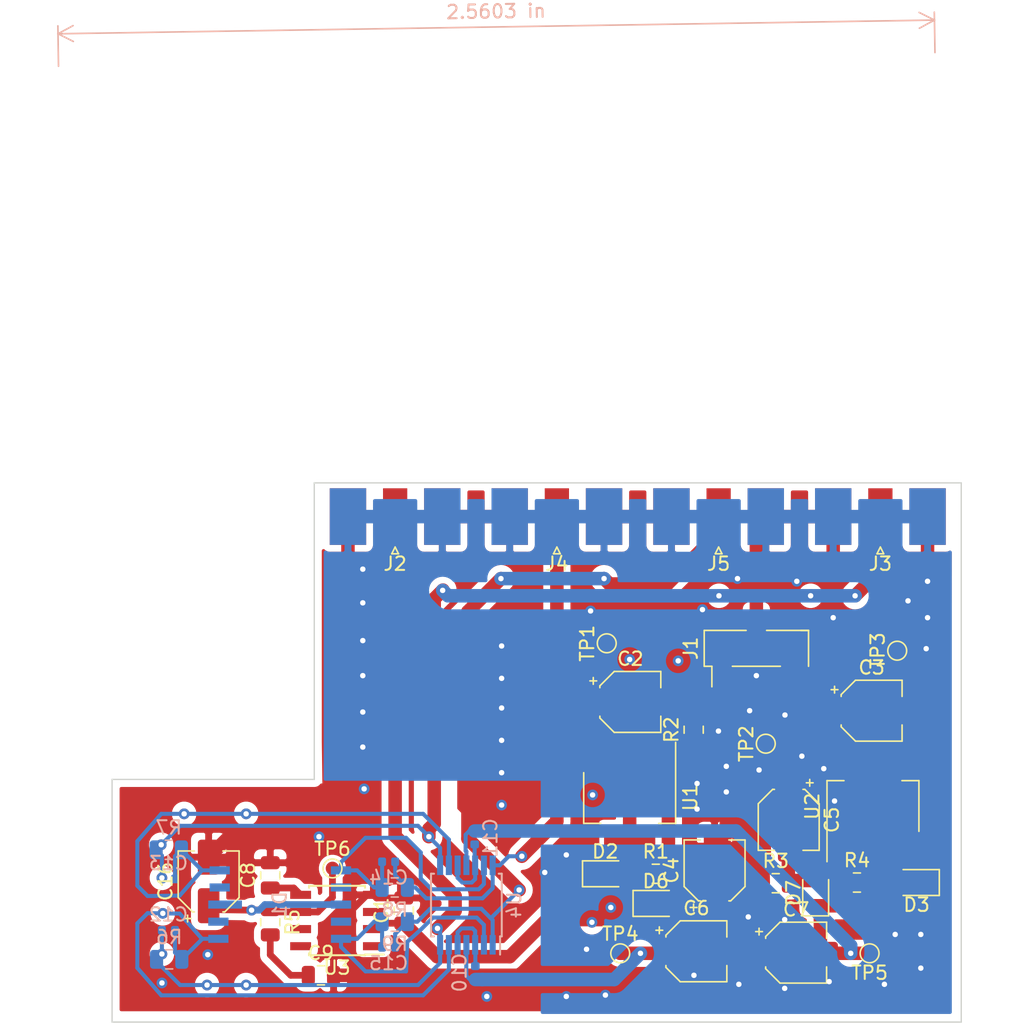
<source format=kicad_pcb>
(kicad_pcb (version 20171130) (host pcbnew "(5.1.0-0)")
  (layers (0 F.Cu signal) (1 In1.Cu power hide) (2 In2.Cu power hide) (31 B.Cu signal) (34 B.Paste user) (35 F.Paste user) (36 B.SilkS user) (37 F.SilkS user) (38 B.Mask user) (39 F.Mask user) (44 Edge.Cuts user))
  (net 0 "")
  (net 1 GND)
  (net 2 +15V)
  (net 3 -15V)
  (net 4 +12V)
  (net 5 -12V)
  (net 6 "Net-(C14-Pad1)")
  (net 7 "Net-(C15-Pad1)")
  (net 8 "Net-(C16-Pad1)")
  (net 9 "Net-(U3-Pad8)")
  (net 10 "Net-(U3-Pad7)")
  (net 11 "Net-(U3-Pad3)")
  (net 12 "Net-(U3-Pad1)")
  (net 13 "Net-(C14-Pad2)")
  (net 14 "Net-(C15-Pad2)")
  (net 15 "Net-(C4-Pad1)")
  (net 16 "Net-(C5-Pad2)")
  (net 17 "Net-(C8-Pad1)")
  (net 18 "Net-(C9-Pad1)")
  (net 19 "Net-(C12-Pad2)")
  (net 20 "Net-(C12-Pad1)")
  (net 21 "Net-(C13-Pad2)")
  (net 22 "Net-(C13-Pad1)")
  (module Connector_Coaxial_SMA:SMA_Molex_73251-2120_EdgeMount (layer F.Cu) (at 130 102.5 90)
    (fp_text reference J5 (at -3.5 0 180) (layer F.SilkS))
    (fp_text value CONN_Y1)
    (pad 1 smd rect (at 0 0 180) (size 1.8 4.2) (layers F.Cu F.Paste F.Mask) (net 14 "Net-(C15-Pad2)"))
    (pad 2 smd rect (at 0 -3.5 180) (size 2.7 4.2) (layers F.Cu F.Paste F.Mask) (net 1 GND))
    (pad 2 smd rect (at 0 3.5 180) (size 2.7 4.2) (layers F.Cu F.Paste F.Mask) (net 1 GND))
    (pad 2 smd rect (at 0 -3.5 180) (size 2.7 4.2) (layers B.Cu B.Paste B.Mask) (net 1 GND))
    (pad 2 smd rect (at 0 3.5 180) (size 2.7 4.2) (layers B.Cu B.Paste B.Mask) (net 1 GND))
  )
  (module Connector_Coaxial_SMA:SMA_Molex_73251-2120_EdgeMount (layer F.Cu) (at 118 102.5 90)
    (fp_text reference J4 (at -3.5 0 180) (layer F.SilkS))
    (fp_text value CONN_X2)
    (pad 1 smd rect (at 0 0 180) (size 1.8 4.2) (layers F.Cu F.Paste F.Mask) (net 13 "Net-(C14-Pad2)"))
    (pad 2 smd rect (at 0 -3.5 180) (size 2.7 4.2) (layers F.Cu F.Paste F.Mask) (net 1 GND))
    (pad 2 smd rect (at 0 3.5 180) (size 2.7 4.2) (layers F.Cu F.Paste F.Mask) (net 1 GND))
    (pad 2 smd rect (at 0 -3.5 180) (size 2.7 4.2) (layers B.Cu B.Paste B.Mask) (net 1 GND))
    (pad 2 smd rect (at 0 3.5 180) (size 2.7 4.2) (layers B.Cu B.Paste B.Mask) (net 1 GND))
  )
  (module Connector_Coaxial_SMA:SMA_Molex_73251-2120_EdgeMount (layer F.Cu) (at 142 102.5 90)
    (fp_text reference J3 (at -3.5 0 180) (layer F.SilkS))
    (fp_text value CONN_Y2)
    (pad 1 smd rect (at 0 0 180) (size 1.8 4.2) (layers F.Cu F.Paste F.Mask) (net 21 "Net-(C13-Pad2)"))
    (pad 2 smd rect (at 0 -3.5 180) (size 2.7 4.2) (layers F.Cu F.Paste F.Mask) (net 1 GND))
    (pad 2 smd rect (at 0 3.5 180) (size 2.7 4.2) (layers F.Cu F.Paste F.Mask) (net 1 GND))
    (pad 2 smd rect (at 0 -3.5 180) (size 2.7 4.2) (layers B.Cu B.Paste B.Mask) (net 1 GND))
    (pad 2 smd rect (at 0 3.5 180) (size 2.7 4.2) (layers B.Cu B.Paste B.Mask) (net 1 GND))
  )
  (module Connector_Coaxial_SMA:SMA_Molex_73251-2120_EdgeMount (layer F.Cu) (at 106 102.5 90)
    (fp_text reference J2 (at -3.5 0 180) (layer F.SilkS))
    (fp_text value CONN_X1)
    (pad 1 smd rect (at 0 0 180) (size 1.8 4.2) (layers F.Cu F.Paste F.Mask) (net 19 "Net-(C12-Pad2)"))
    (pad 2 smd rect (at 0 -3.5 180) (size 2.7 4.2) (layers F.Cu F.Paste F.Mask) (net 1 GND))
    (pad 2 smd rect (at 0 3.5 180) (size 2.7 4.2) (layers F.Cu F.Paste F.Mask) (net 1 GND))
    (pad 2 smd rect (at 0 -3.5 180) (size 2.7 4.2) (layers B.Cu B.Paste B.Mask) (net 1 GND))
    (pad 2 smd rect (at 0 3.5 180) (size 2.7 4.2) (layers B.Cu B.Paste B.Mask) (net 1 GND))
  )
  (module Connector_PinHeader_2.54mm:PinHeader_1x03_P2.54mm_Vertical_SMD_Pin1Left (layer F.Cu) (at 132.8 112.275 90)
    (fp_text reference J1 (at 0 -4.87 90) (layer F.SilkS))
    (fp_text value CONN_PWR)
    (pad 2 smd rect (at 1.655 0 90) (size 2.51 1) (layers F.Cu F.Paste F.Mask) (net 1 GND))
    (pad 3 smd rect (at -1.655 2.54 90) (size 2.51 1) (layers F.Cu F.Paste F.Mask) (net 3 -15V))
    (pad 1 smd rect (at -1.655 -2.54 90) (size 2.51 1) (layers F.Cu F.Paste F.Mask) (net 2 +15V))
  )
  (module TestPoint:TestPoint_Pad_D1.0mm (layer F.Cu) (at 143.25 112.45 90)
    (fp_text reference TP3 (at 0 -1.448 90) (layer F.SilkS))
    (fp_text value TestPoint)
    (pad 1 smd circle (at 0 0 90) (size 1 1) (layers F.Cu F.Mask) (net 3 -15V))
  )
  (module TestPoint:TestPoint_Pad_D1.0mm (layer F.Cu) (at 133.5 119.35 90)
    (fp_text reference TP2 (at 0 -1.448 90) (layer F.SilkS))
    (fp_text value TestPoint)
    (pad 1 smd circle (at 0 0 90) (size 1 1) (layers F.Cu F.Mask) (net 1 GND))
  )
  (module TestPoint:TestPoint_Pad_D1.0mm (layer F.Cu) (at 121.7 111.9 90)
    (fp_text reference TP1 (at 0 -1.448 90) (layer F.SilkS))
    (fp_text value TestPoint)
    (pad 1 smd circle (at 0 0 90) (size 1 1) (layers F.Cu F.Mask) (net 2 +15V))
  )
  (module Diode_SMD:D_0805_2012Metric (layer F.Cu) (at 137.2 130.4375 90)
    (fp_text reference D7 (at 0 -1.65 90) (layer F.SilkS))
    (fp_text value 1N4001)
    (pad 2 smd roundrect (at 0.9375 0 90) (size 0.975 1.4) (layers F.Cu F.Paste F.Mask) (net 16 "Net-(C5-Pad2)"))
    (pad 1 smd roundrect (at -0.9375 0 90) (size 0.975 1.4) (layers F.Cu F.Paste F.Mask) (net 5 -12V))
  )
  (module Diode_SMD:D_0805_2012Metric (layer F.Cu) (at 125.3375 131.2)
    (fp_text reference D6 (at 0 -1.65) (layer F.SilkS))
    (fp_text value 1N4001)
    (pad 2 smd roundrect (at 0.9375 0) (size 0.975 1.4) (layers F.Cu F.Paste F.Mask) (net 15 "Net-(C4-Pad1)"))
    (pad 1 smd roundrect (at -0.9375 0) (size 0.975 1.4) (layers F.Cu F.Paste F.Mask) (net 4 +12V))
  )
  (module Diode_SMD:D_0805_2012Metric (layer F.Cu) (at 144.6875 129.65 180)
    (fp_text reference D3 (at 0 -1.65 180) (layer F.SilkS))
    (fp_text value 1N4001)
    (pad 2 smd roundrect (at 0.9375 0 180) (size 0.975 1.4) (layers F.Cu F.Paste F.Mask) (net 5 -12V))
    (pad 1 smd roundrect (at -0.9375 0 180) (size 0.975 1.4) (layers F.Cu F.Paste F.Mask) (net 3 -15V))
  )
  (module Diode_SMD:D_0805_2012Metric (layer F.Cu) (at 121.5875 129)
    (fp_text reference D2 (at 0 -1.65) (layer F.SilkS))
    (fp_text value 1N4001)
    (pad 2 smd roundrect (at 0.9375 0) (size 0.975 1.4) (layers F.Cu F.Paste F.Mask) (net 4 +12V))
    (pad 1 smd roundrect (at -0.9375 0) (size 0.975 1.4) (layers F.Cu F.Paste F.Mask) (net 2 +15V))
  )
  (module Capacitor_SMD:C_0805_2012Metric (layer F.Cu) (at 100.4965 136.532)
    (fp_text reference C9 (at 0 -1.65) (layer F.SilkS))
    (fp_text value 10n)
    (pad 2 smd roundrect (at 0.9375 0) (size 0.975 1.4) (layers F.Cu F.Paste F.Mask) (net 1 GND))
    (pad 1 smd roundrect (at -0.9375 0) (size 0.975 1.4) (layers F.Cu F.Paste F.Mask) (net 18 "Net-(C9-Pad1)"))
  )
  (module Capacitor_SMD:C_0805_2012Metric (layer F.Cu) (at 96.735 129.1175 90)
    (fp_text reference C8 (at 0 -1.65 90) (layer F.SilkS))
    (fp_text value 1u)
    (pad 2 smd roundrect (at 0.9375 0 90) (size 0.975 1.4) (layers F.Cu F.Paste F.Mask) (net 1 GND))
    (pad 1 smd roundrect (at -0.9375 0 90) (size 0.975 1.4) (layers F.Cu F.Paste F.Mask) (net 17 "Net-(C8-Pad1)"))
  )
  (module Capacitor_SMD:C_0805_2012Metric (layer F.Cu) (at 106.641 131.7315 90)
    (fp_text reference C1 (at 0 -1.65 90) (layer F.SilkS))
    (fp_text value 1u)
    (pad 2 smd roundrect (at 0.9375 0 90) (size 0.975 1.4) (layers F.Cu F.Paste F.Mask) (net 1 GND))
    (pad 1 smd roundrect (at -0.9375 0 90) (size 0.975 1.4) (layers F.Cu F.Paste F.Mask) (net 2 +15V))
  )
  (module Package_SO:SOIC-8_3.9x4.9mm_P1.27mm (layer F.Cu) (at 101.688 132.468 180)
    (fp_text reference U3 (at 0 -3.5 180) (layer F.SilkS))
    (fp_text value REF5010IDGK)
    (pad 8 smd rect (at 2.7 -1.905 180) (size 1.55 0.6) (layers F.Cu F.Paste F.Mask) (net 9 "Net-(U3-Pad8)"))
    (pad 7 smd rect (at 2.7 -0.635 180) (size 1.55 0.6) (layers F.Cu F.Paste F.Mask) (net 10 "Net-(U3-Pad7)"))
    (pad 6 smd rect (at 2.7 0.635 180) (size 1.55 0.6) (layers F.Cu F.Paste F.Mask) (net 8 "Net-(C16-Pad1)"))
    (pad 5 smd rect (at 2.7 1.905 180) (size 1.55 0.6) (layers F.Cu F.Paste F.Mask) (net 17 "Net-(C8-Pad1)"))
    (pad 4 smd rect (at -2.7 1.905 180) (size 1.55 0.6) (layers F.Cu F.Paste F.Mask) (net 1 GND))
    (pad 3 smd rect (at -2.7 0.635 180) (size 1.55 0.6) (layers F.Cu F.Paste F.Mask) (net 11 "Net-(U3-Pad3)"))
    (pad 2 smd rect (at -2.7 -0.635 180) (size 1.55 0.6) (layers F.Cu F.Paste F.Mask) (net 2 +15V))
    (pad 1 smd rect (at -2.7 -1.905 180) (size 1.55 0.6) (layers F.Cu F.Paste F.Mask) (net 12 "Net-(U3-Pad1)"))
  )
  (module Capacitor_SMD:CP_Elec_4x3.9 (layer F.Cu) (at 92.163 129.569 90)
    (fp_text reference C16 (at 0 -3.2 90) (layer F.SilkS))
    (fp_text value 22u)
    (pad 2 smd roundrect (at 1.8 0 90) (size 2.6 1.6) (layers F.Cu F.Paste F.Mask) (roundrect_rratio 0.15625) (net 1 GND))
    (pad 1 smd roundrect (at -1.8 0 90) (size 2.6 1.6) (layers F.Cu F.Paste F.Mask) (roundrect_rratio 0.15625) (net 8 "Net-(C16-Pad1)"))
  )
  (module Capacitor_SMD:C_0402_1005Metric (layer B.Cu) (at 111.9 126.335 90)
    (fp_text reference C11 (at 0 1.17 90) (layer B.SilkS) (effects (justify mirror)))
    (fp_text value 0.1u)
    (pad 2 smd roundrect (at 0.485 0 90) (size 0.59 0.64) (layers B.Cu B.Paste B.Mask) (net 5 -12V))
    (pad 1 smd roundrect (at -0.485 0 90) (size 0.59 0.64) (layers B.Cu B.Paste B.Mask) (net 1 GND))
  )
  (module Capacitor_SMD:C_0402_1005Metric (layer B.Cu) (at 111.95 136.335 270)
    (fp_text reference C10 (at 0 1.17 270) (layer B.SilkS) (effects (justify mirror)))
    (fp_text value 0.1u)
    (pad 2 smd roundrect (at 0.485 0 270) (size 0.59 0.64) (layers B.Cu B.Paste B.Mask) (net 4 +12V))
    (pad 1 smd roundrect (at -0.485 0 270) (size 0.59 0.64) (layers B.Cu B.Paste B.Mask) (net 1 GND))
  )
  (module Package_SO:TSSOP-14_4.4x5mm_P0.65mm (layer B.Cu) (at 111.286 131.3195 90)
    (fp_text reference U4 (at 0 3.55 90) (layer B.SilkS) (effects (justify mirror)))
    (fp_text value OPA4197)
    (pad 14 smd rect (at 2.95 1.95 90) (size 1.45 0.45) (layers B.Cu B.Paste B.Mask) (net 13 "Net-(C14-Pad2)"))
    (pad 13 smd rect (at 2.95 1.3 90) (size 1.45 0.45) (layers B.Cu B.Paste B.Mask) (net 6 "Net-(C14-Pad1)"))
    (pad 12 smd rect (at 2.95 0.65 90) (size 1.45 0.45) (layers B.Cu B.Paste B.Mask) (net 1 GND))
    (pad 11 smd rect (at 2.95 0 90) (size 1.45 0.45) (layers B.Cu B.Paste B.Mask) (net 5 -12V))
    (pad 10 smd rect (at 2.95 -0.65 90) (size 1.45 0.45) (layers B.Cu B.Paste B.Mask) (net 1 GND))
    (pad 9 smd rect (at 2.95 -1.3 90) (size 1.45 0.45) (layers B.Cu B.Paste B.Mask) (net 22 "Net-(C13-Pad1)"))
    (pad 8 smd rect (at 2.95 -1.95 90) (size 1.45 0.45) (layers B.Cu B.Paste B.Mask) (net 21 "Net-(C13-Pad2)"))
    (pad 7 smd rect (at -2.95 -1.95 90) (size 1.45 0.45) (layers B.Cu B.Paste B.Mask) (net 19 "Net-(C12-Pad2)"))
    (pad 6 smd rect (at -2.95 -1.3 90) (size 1.45 0.45) (layers B.Cu B.Paste B.Mask) (net 20 "Net-(C12-Pad1)"))
    (pad 5 smd rect (at -2.95 -0.65 90) (size 1.45 0.45) (layers B.Cu B.Paste B.Mask) (net 1 GND))
    (pad 4 smd rect (at -2.95 0 90) (size 1.45 0.45) (layers B.Cu B.Paste B.Mask) (net 4 +12V))
    (pad 3 smd rect (at -2.95 0.65 90) (size 1.45 0.45) (layers B.Cu B.Paste B.Mask) (net 1 GND))
    (pad 2 smd rect (at -2.95 1.3 90) (size 1.45 0.45) (layers B.Cu B.Paste B.Mask) (net 7 "Net-(C15-Pad1)"))
    (pad 1 smd rect (at -2.95 1.95 90) (size 1.45 0.45) (layers B.Cu B.Paste B.Mask) (net 14 "Net-(C15-Pad2)"))
  )
  (module Package_TO_SOT_SMD:SOT-223-3_TabPin2 (layer F.Cu) (at 141.45 124 90)
    (fp_text reference U2 (at 0 -4.5 90) (layer F.SilkS))
    (fp_text value LM337_SOT223)
    (pad 1 smd rect (at -3.15 -2.3 90) (size 2 1.5) (layers F.Cu F.Paste F.Mask) (net 16 "Net-(C5-Pad2)"))
    (pad 3 smd rect (at -3.15 2.3 90) (size 2 1.5) (layers F.Cu F.Paste F.Mask) (net 5 -12V))
    (pad 2 smd rect (at -3.15 0 90) (size 2 1.5) (layers F.Cu F.Paste F.Mask) (net 3 -15V))
    (pad 2 smd rect (at 3.15 0 90) (size 2 3.8) (layers F.Cu F.Paste F.Mask) (net 3 -15V))
  )
  (module Package_TO_SOT_SMD:SOT-223-3_TabPin2 (layer F.Cu) (at 123.4 123.35 270)
    (fp_text reference U1 (at 0 -4.5 270) (layer F.SilkS))
    (fp_text value LM317_SOT223)
    (pad 1 smd rect (at -3.15 -2.3 270) (size 2 1.5) (layers F.Cu F.Paste F.Mask) (net 15 "Net-(C4-Pad1)"))
    (pad 3 smd rect (at -3.15 2.3 270) (size 2 1.5) (layers F.Cu F.Paste F.Mask) (net 2 +15V))
    (pad 2 smd rect (at -3.15 0 270) (size 2 1.5) (layers F.Cu F.Paste F.Mask) (net 4 +12V))
    (pad 2 smd rect (at 3.15 0 270) (size 2 3.8) (layers F.Cu F.Paste F.Mask) (net 4 +12V))
  )
  (module TestPoint:TestPoint_Pad_D1.0mm (layer F.Cu) (at 101.35 128.6)
    (fp_text reference TP6 (at 0 -1.448) (layer F.SilkS))
    (fp_text value TestPoint)
    (pad 1 smd circle (at 0 0) (size 1 1) (layers F.Cu F.Mask) (net 8 "Net-(C16-Pad1)"))
  )
  (module TestPoint:TestPoint_Pad_D1.0mm (layer F.Cu) (at 141.2 134.9 180)
    (fp_text reference TP5 (at 0 -1.448 180) (layer F.SilkS))
    (fp_text value TestPoint)
    (pad 1 smd circle (at 0 0 180) (size 1 1) (layers F.Cu F.Mask) (net 5 -12V))
  )
  (module TestPoint:TestPoint_Pad_D1.0mm (layer F.Cu) (at 122.7 134.9)
    (fp_text reference TP4 (at 0 -1.448) (layer F.SilkS))
    (fp_text value TestPoint)
    (pad 1 smd circle (at 0 0) (size 1 1) (layers F.Cu F.Mask) (net 4 +12V))
  )
  (module Resistor_SMD:R_0805_2012Metric (layer B.Cu) (at 105.9705 132.555)
    (fp_text reference R9 (at 0 1.65) (layer B.SilkS) (effects (justify mirror)))
    (fp_text value 100k)
    (pad 2 smd roundrect (at 0.9375 0) (size 0.975 1.4) (layers B.Cu B.Paste B.Mask) (net 14 "Net-(C15-Pad2)"))
    (pad 1 smd roundrect (at -0.9375 0) (size 0.975 1.4) (layers B.Cu B.Paste B.Mask) (net 7 "Net-(C15-Pad1)"))
  )
  (module Resistor_SMD:R_0805_2012Metric (layer B.Cu) (at 105.9705 130.015)
    (fp_text reference R8 (at 0 1.65) (layer B.SilkS) (effects (justify mirror)))
    (fp_text value 100k)
    (pad 2 smd roundrect (at 0.9375 0) (size 0.975 1.4) (layers B.Cu B.Paste B.Mask) (net 13 "Net-(C14-Pad2)"))
    (pad 1 smd roundrect (at -0.9375 0) (size 0.975 1.4) (layers B.Cu B.Paste B.Mask) (net 6 "Net-(C14-Pad1)"))
  )
  (module Resistor_SMD:R_0805_2012Metric (layer B.Cu) (at 89.2065 127.221 180)
    (fp_text reference R7 (at 0 1.65 180) (layer B.SilkS) (effects (justify mirror)))
    (fp_text value 100k)
    (pad 1 smd roundrect (at -0.9375 0 180) (size 0.975 1.4) (layers B.Cu B.Paste B.Mask) (net 22 "Net-(C13-Pad1)"))
    (pad 2 smd roundrect (at 0.9375 0 180) (size 0.975 1.4) (layers B.Cu B.Paste B.Mask) (net 21 "Net-(C13-Pad2)"))
  )
  (module Resistor_SMD:R_0805_2012Metric (layer B.Cu) (at 89.2365 135.349 180)
    (fp_text reference R6 (at 0 1.65 180) (layer B.SilkS) (effects (justify mirror)))
    (fp_text value 100k)
    (pad 1 smd roundrect (at -0.9375 0 180) (size 0.975 1.4) (layers B.Cu B.Paste B.Mask) (net 20 "Net-(C12-Pad1)"))
    (pad 2 smd roundrect (at 0.9375 0 180) (size 0.975 1.4) (layers B.Cu B.Paste B.Mask) (net 19 "Net-(C12-Pad2)"))
  )
  (module Resistor_SMD:R_0805_2012Metric (layer F.Cu) (at 96.735 132.595 270)
    (fp_text reference R5 (at 0 -1.65 270) (layer F.SilkS))
    (fp_text value 100)
    (pad 2 smd roundrect (at 0.9375 0 270) (size 0.975 1.4) (layers F.Cu F.Paste F.Mask) (net 18 "Net-(C9-Pad1)"))
    (pad 1 smd roundrect (at -0.9375 0 270) (size 0.975 1.4) (layers F.Cu F.Paste F.Mask) (net 8 "Net-(C16-Pad1)"))
  )
  (module Resistor_SMD:R_0805_2012Metric (layer F.Cu) (at 140.2625 129.65)
    (fp_text reference R4 (at 0 -1.65) (layer F.SilkS))
    (fp_text value 120)
    (pad 2 smd roundrect (at 0.9375 0) (size 0.975 1.4) (layers F.Cu F.Paste F.Mask) (net 5 -12V))
    (pad 1 smd roundrect (at -0.9375 0) (size 0.975 1.4) (layers F.Cu F.Paste F.Mask) (net 16 "Net-(C5-Pad2)"))
  )
  (module Resistor_SMD:R_0805_2012Metric (layer F.Cu) (at 134.2375 129.7)
    (fp_text reference R3 (at 0 -1.65) (layer F.SilkS))
    (fp_text value 980)
    (pad 2 smd roundrect (at 0.9375 0) (size 0.975 1.4) (layers F.Cu F.Paste F.Mask) (net 16 "Net-(C5-Pad2)"))
    (pad 1 smd roundrect (at -0.9375 0) (size 0.975 1.4) (layers F.Cu F.Paste F.Mask) (net 1 GND))
  )
  (module Resistor_SMD:R_0805_2012Metric (layer F.Cu) (at 128.15 118.3125 90)
    (fp_text reference R2 (at 0 -1.65 90) (layer F.SilkS))
    (fp_text value 980)
    (pad 2 smd roundrect (at 0.9375 0 90) (size 0.975 1.4) (layers F.Cu F.Paste F.Mask) (net 1 GND))
    (pad 1 smd roundrect (at -0.9375 0 90) (size 0.975 1.4) (layers F.Cu F.Paste F.Mask) (net 15 "Net-(C4-Pad1)"))
  )
  (module Resistor_SMD:R_0805_2012Metric (layer F.Cu) (at 125.3375 129)
    (fp_text reference R1 (at 0 -1.65) (layer F.SilkS))
    (fp_text value 120)
    (pad 2 smd roundrect (at 0.9375 0) (size 0.975 1.4) (layers F.Cu F.Paste F.Mask) (net 15 "Net-(C4-Pad1)"))
    (pad 1 smd roundrect (at -0.9375 0) (size 0.975 1.4) (layers F.Cu F.Paste F.Mask) (net 4 +12V))
  )
  (module Sensor_OpticalPosition:S5990 (layer B.Cu) (at 97.435 131.285 90)
    (fp_text reference D1 (at 0 0 90) (layer B.SilkS) (effects (justify mirror)))
    (fp_text value S599x)
    (pad 10 smd rect (at -2.54 4.55 90) (size 0.6 1.5) (layers B.Cu B.Paste B.Mask) (net 7 "Net-(C15-Pad1)"))
    (pad 9 smd rect (at -1.27 4.55 90) (size 0.6 1.5) (layers B.Cu B.Paste B.Mask))
    (pad 8 smd rect (at 0 4.55 90) (size 0.6 1.5) (layers B.Cu B.Paste B.Mask) (net 8 "Net-(C16-Pad1)"))
    (pad 7 smd rect (at 1.27 4.55 90) (size 0.6 1.5) (layers B.Cu B.Paste B.Mask))
    (pad 6 smd rect (at 2.54 4.55 90) (size 0.6 1.5) (layers B.Cu B.Paste B.Mask) (net 6 "Net-(C14-Pad1)"))
    (pad 5 smd rect (at 2.54 -4.45 90) (size 0.6 1.5) (layers B.Cu B.Paste B.Mask) (net 22 "Net-(C13-Pad1)"))
    (pad 4 smd rect (at 1.27 -4.45 90) (size 0.6 1.5) (layers B.Cu B.Paste B.Mask))
    (pad 3 smd rect (at 0 -4.05 90) (size 0.6 2.5) (layers B.Cu B.Paste B.Mask))
    (pad 2 smd rect (at -1.27 -4.55 90) (size 0.6 1.5) (layers B.Cu B.Paste B.Mask))
    (pad 1 smd rect (at -2.54 -4.55 90) (size 0.6 1.5) (layers B.Cu B.Paste B.Mask) (net 20 "Net-(C12-Pad1)"))
  )
  (module Capacitor_SMD:C_0402_1005Metric (layer B.Cu) (at 105.518 134.46)
    (fp_text reference C15 (at 0 1.17) (layer B.SilkS) (effects (justify mirror)))
    (fp_text value 4p)
    (pad 2 smd roundrect (at 0.485 0) (size 0.59 0.64) (layers B.Cu B.Paste B.Mask) (net 14 "Net-(C15-Pad2)"))
    (pad 1 smd roundrect (at -0.485 0) (size 0.59 0.64) (layers B.Cu B.Paste B.Mask) (net 7 "Net-(C15-Pad1)"))
  )
  (module Capacitor_SMD:C_0402_1005Metric (layer B.Cu) (at 105.518 128.11)
    (fp_text reference C14 (at 0 1.17) (layer B.SilkS) (effects (justify mirror)))
    (fp_text value 4p)
    (pad 2 smd roundrect (at 0.485 0) (size 0.59 0.64) (layers B.Cu B.Paste B.Mask) (net 13 "Net-(C14-Pad2)"))
    (pad 1 smd roundrect (at -0.485 0) (size 0.59 0.64) (layers B.Cu B.Paste B.Mask) (net 6 "Net-(C14-Pad1)"))
  )
  (module Capacitor_SMD:C_0402_1005Metric (layer B.Cu) (at 89.181 129.38 180)
    (fp_text reference C13 (at 0 1.17 180) (layer B.SilkS) (effects (justify mirror)))
    (fp_text value 4p)
    (pad 2 smd roundrect (at 0.485 0 180) (size 0.59 0.64) (layers B.Cu B.Paste B.Mask) (net 21 "Net-(C13-Pad2)"))
    (pad 1 smd roundrect (at -0.485 0 180) (size 0.59 0.64) (layers B.Cu B.Paste B.Mask) (net 22 "Net-(C13-Pad1)"))
  )
  (module Capacitor_SMD:C_0402_1005Metric (layer B.Cu) (at 89.181 133.19 180)
    (fp_text reference C12 (at 0 1.17 180) (layer B.SilkS) (effects (justify mirror)))
    (fp_text value 4p)
    (pad 2 smd roundrect (at 0.485 0 180) (size 0.59 0.64) (layers B.Cu B.Paste B.Mask) (net 19 "Net-(C12-Pad2)"))
    (pad 1 smd roundrect (at -0.485 0 180) (size 0.59 0.64) (layers B.Cu B.Paste B.Mask) (net 20 "Net-(C12-Pad1)"))
  )
  (module Capacitor_SMD:CP_Elec_4x3.9 (layer F.Cu) (at 135.75 134.85)
    (fp_text reference C7 (at 0 -3.2) (layer F.SilkS))
    (fp_text value 1u)
    (pad 2 smd roundrect (at 1.8 0) (size 2.6 1.6) (layers F.Cu F.Paste F.Mask) (roundrect_rratio 0.15625) (net 5 -12V))
    (pad 1 smd roundrect (at -1.8 0) (size 2.6 1.6) (layers F.Cu F.Paste F.Mask) (roundrect_rratio 0.15625) (net 1 GND))
  )
  (module Capacitor_SMD:CP_Elec_4x3.9 (layer F.Cu) (at 128.35 134.75)
    (fp_text reference C6 (at 0 -3.2) (layer F.SilkS))
    (fp_text value 1u)
    (pad 2 smd roundrect (at 1.8 0) (size 2.6 1.6) (layers F.Cu F.Paste F.Mask) (roundrect_rratio 0.15625) (net 1 GND))
    (pad 1 smd roundrect (at -1.8 0) (size 2.6 1.6) (layers F.Cu F.Paste F.Mask) (roundrect_rratio 0.15625) (net 4 +12V))
  )
  (module Capacitor_SMD:CP_Elec_4x3.9 (layer F.Cu) (at 135.2 125 270)
    (fp_text reference C5 (at 0 -3.2 270) (layer F.SilkS))
    (fp_text value 10u)
    (pad 2 smd roundrect (at 1.8 0 270) (size 2.6 1.6) (layers F.Cu F.Paste F.Mask) (roundrect_rratio 0.15625) (net 16 "Net-(C5-Pad2)"))
    (pad 1 smd roundrect (at -1.8 0 270) (size 2.6 1.6) (layers F.Cu F.Paste F.Mask) (roundrect_rratio 0.15625) (net 1 GND))
  )
  (module Capacitor_SMD:CP_Elec_4x3.9 (layer F.Cu) (at 129.7 128.75 90)
    (fp_text reference C4 (at 0 -3.2 90) (layer F.SilkS))
    (fp_text value 10u)
    (pad 2 smd roundrect (at 1.8 0 90) (size 2.6 1.6) (layers F.Cu F.Paste F.Mask) (roundrect_rratio 0.15625) (net 1 GND))
    (pad 1 smd roundrect (at -1.8 0 90) (size 2.6 1.6) (layers F.Cu F.Paste F.Mask) (roundrect_rratio 0.15625) (net 15 "Net-(C4-Pad1)"))
  )
  (module Capacitor_SMD:CP_Elec_4x3.9 (layer F.Cu) (at 141.35 116.9)
    (fp_text reference C3 (at 0 -3.2) (layer F.SilkS))
    (fp_text value 0.1u)
    (pad 2 smd roundrect (at 1.8 0) (size 2.6 1.6) (layers F.Cu F.Paste F.Mask) (roundrect_rratio 0.15625) (net 3 -15V))
    (pad 1 smd roundrect (at -1.8 0) (size 2.6 1.6) (layers F.Cu F.Paste F.Mask) (roundrect_rratio 0.15625) (net 1 GND))
  )
  (module Capacitor_SMD:CP_Elec_4x3.9 (layer F.Cu) (at 123.45 116.25)
    (fp_text reference C2 (at 0 -3.2) (layer F.SilkS))
    (fp_text value 0.1u)
    (pad 2 smd roundrect (at 1.8 0) (size 2.6 1.6) (layers F.Cu F.Paste F.Mask) (roundrect_rratio 0.15625) (net 1 GND))
    (pad 1 smd roundrect (at -1.8 0) (size 2.6 1.6) (layers F.Cu F.Paste F.Mask) (roundrect_rratio 0.15625) (net 2 +15V))
  )
  (gr_line (start 85 122) (end 85 140) (layer Edge.Cuts) (width 0.1))
  (gr_line (start 100 122) (end 85 122) (layer Edge.Cuts) (width 0.1))
  (gr_line (start 85 140) (end 148 140) (layer Edge.Cuts) (width 0.1))
  (gr_line (start 148 100) (end 148 140) (layer Edge.Cuts) (width 0.1))
  (gr_line (start 100 100) (end 100 122) (layer Edge.Cuts) (width 0.1))
  (gr_line (start 100 100) (end 148 100) (layer Edge.Cuts) (width 0.1))
  (dimension 65.031937 (width 0.12) (layer B.SilkS) (gr_text "65.032 mm" (at 113.480527 64.901712 0.8951737102) (layer B.SilkS) (effects (font (size 1 1) (thickness 0.15)))) (feature1 (pts (xy 146.05 68.072) (xy 146.003206 65.077208))) (feature2 (pts (xy 81.026 69.088) (xy 80.979206 66.093208))) (crossbar (pts (xy 80.988368 66.679557) (xy 146.012368 65.663557))) (arrow1a (pts (xy 146.012368 65.663557) (xy 144.895163 66.267506))) (arrow1b (pts (xy 146.012368 65.663557) (xy 144.87684 65.094807))) (arrow2a (pts (xy 80.988368 66.679557) (xy 82.123896 67.248307))) (arrow2b (pts (xy 80.988368 66.679557) (xy 82.105573 66.075608))))
  (segment (start 104.619 130.794) (end 104.388 130.563) (width 0.5) (layer F.Cu) (net 1))
  (segment (start 106.641 130.794) (end 104.619 130.794) (width 0.5) (layer F.Cu) (net 1))
  (segment (start 101.434 133.042) (end 101.434 135.732) (width 0.5) (layer F.Cu) (net 1))
  (segment (start 101.434 135.732) (end 101.434 136.532) (width 0.5) (layer F.Cu) (net 1))
  (segment (start 103.913 130.563) (end 101.434 133.042) (width 0.5) (layer F.Cu) (net 1))
  (segment (start 104.388 130.563) (end 103.913 130.563) (width 0.5) (layer F.Cu) (net 1))
  (segment (start 92.574 128.18) (end 92.163 127.769) (width 0.5) (layer F.Cu) (net 1))
  (segment (start 96.735 128.18) (end 92.574 128.18) (width 0.5) (layer F.Cu) (net 1))
  (segment (start 126.375 117.375) (end 125.25 116.25) (width 1) (layer F.Cu) (net 1))
  (segment (start 128.15 117.375) (end 126.375 117.375) (width 1) (layer F.Cu) (net 1))
  (segment (start 128.95 117.375) (end 128.15 117.375) (width 1) (layer F.Cu) (net 1))
  (segment (start 129.7 126.95) (end 130.57071 126.07929) (width 1) (layer F.Cu) (net 1))
  (segment (start 135.2 123.2) (end 133.3 125.1) (width 1) (layer F.Cu) (net 1))
  (segment (start 133.3 134.2) (end 133.95 134.85) (width 1) (layer F.Cu) (net 1))
  (segment (start 133.3 129.7) (end 133.3 134.2) (width 1) (layer F.Cu) (net 1))
  (segment (start 135.2 123.2) (end 135.2 121.25) (width 1) (layer F.Cu) (net 1))
  (segment (start 133.85 134.75) (end 133.95 134.85) (width 1) (layer F.Cu) (net 1))
  (segment (start 130.15 134.75) (end 133.85 134.75) (width 1) (layer F.Cu) (net 1))
  (segment (start 133.3 125.1) (end 133.3 129.7) (width 1) (layer F.Cu) (net 1))
  (segment (start 130.55 126.95) (end 133.3 129.7) (width 1) (layer F.Cu) (net 1))
  (segment (start 129.7 126.95) (end 130.55 126.95) (width 1) (layer F.Cu) (net 1))
  (segment (start 132.62071 123.82929) (end 135.6 120.85) (width 1) (layer F.Cu) (net 1))
  (segment (start 130.57071 123.82929) (end 132.62071 123.82929) (width 1) (layer F.Cu) (net 1))
  (segment (start 135.2 121.25) (end 135.6 120.85) (width 1) (layer F.Cu) (net 1))
  (segment (start 135.6 120.85) (end 136.175 120.275) (width 1) (layer F.Cu) (net 1))
  (segment (start 130.57071 123.82929) (end 130.57071 122.92929) (width 1) (layer F.Cu) (net 1))
  (segment (start 130.57071 126.07929) (end 130.57071 123.82929) (width 1) (layer F.Cu) (net 1))
  (segment (start 128.625 116.9) (end 128.15 117.375) (width 1) (layer F.Cu) (net 1))
  (segment (start 111.9 128.3335) (end 111.936 128.3695) (width 0.3) (layer B.Cu) (net 1))
  (segment (start 111.9 126.82) (end 111.9 128.3335) (width 0.3) (layer B.Cu) (net 1))
  (segment (start 110.636 133.339498) (end 110.925498 133.05) (width 0.3) (layer B.Cu) (net 1))
  (segment (start 110.636 134.2695) (end 110.636 133.339498) (width 0.3) (layer B.Cu) (net 1))
  (segment (start 111.7415 133.05) (end 111.936 133.2445) (width 0.3) (layer B.Cu) (net 1))
  (segment (start 111.936 133.2445) (end 111.936 134.2695) (width 0.3) (layer B.Cu) (net 1))
  (segment (start 110.925498 133.05) (end 111.7415 133.05) (width 0.3) (layer B.Cu) (net 1))
  (segment (start 111.95 134.2835) (end 111.936 134.2695) (width 0.3) (layer B.Cu) (net 1))
  (segment (start 111.95 135.85) (end 111.95 134.2835) (width 0.3) (layer B.Cu) (net 1))
  (segment (start 111.936 129.3945) (end 111.936 128.3695) (width 0.3) (layer B.Cu) (net 1))
  (segment (start 111.6805 129.65) (end 111.936 129.3945) (width 0.3) (layer B.Cu) (net 1))
  (segment (start 110.986498 129.65) (end 111.6805 129.65) (width 0.3) (layer B.Cu) (net 1))
  (segment (start 110.636 129.299502) (end 110.986498 129.65) (width 0.3) (layer B.Cu) (net 1))
  (segment (start 110.636 128.3695) (end 110.636 129.299502) (width 0.3) (layer B.Cu) (net 1))
  (segment (start 135.242894 116.9) (end 138.1 116.9) (width 1) (layer F.Cu) (net 1))
  (segment (start 133.5 118.642894) (end 134.921447 117.221447) (width 1) (layer F.Cu) (net 1))
  (segment (start 133.5 119.35) (end 133.5 118.642894) (width 1) (layer F.Cu) (net 1))
  (segment (start 139.55 116.9) (end 138.1 116.9) (width 1) (layer F.Cu) (net 1))
  (segment (start 129.268 136.532) (end 128.168 136.532) (width 1) (layer F.Cu) (net 1))
  (segment (start 130.15 135.65) (end 129.268 136.532) (width 1) (layer F.Cu) (net 1))
  (segment (start 102.0215 136.532) (end 101.434 136.532) (width 1) (layer F.Cu) (net 1))
  (segment (start 130.15 134.75) (end 130.15 135.65) (width 1) (layer F.Cu) (net 1))
  (segment (start 92.163 127.769) (end 93.682 126.25) (width 1) (layer F.Cu) (net 1))
  (segment (start 103.45 126.25) (end 105.7 128.5) (width 1) (layer F.Cu) (net 1))
  (segment (start 105.7 128.5) (end 105.85 128.5) (width 1) (layer F.Cu) (net 1))
  (segment (start 106.641 129.291) (end 106.641 130.794) (width 1) (layer F.Cu) (net 1))
  (segment (start 105.85 128.5) (end 106.641 129.291) (width 1) (layer F.Cu) (net 1))
  (segment (start 102.5 102.5) (end 145.5 102.5) (width 1) (layer B.Cu) (net 1))
  (segment (start 98.6 126.25) (end 100.35 126.25) (width 1) (layer F.Cu) (net 1))
  (segment (start 93.682 126.25) (end 98.6 126.25) (width 1) (layer F.Cu) (net 1))
  (segment (start 130.57071 118.99571) (end 129.9875 118.4125) (width 1) (layer F.Cu) (net 1))
  (segment (start 132.9 116.9) (end 132.3 116.9) (width 1) (layer F.Cu) (net 1))
  (segment (start 132.8 115.25) (end 134.45 116.9) (width 1) (layer F.Cu) (net 1))
  (segment (start 132.8 110.62) (end 132.8 114.3) (width 1) (layer F.Cu) (net 1))
  (segment (start 134.45 116.9) (end 132.9 116.9) (width 1) (layer F.Cu) (net 1))
  (segment (start 138.1 116.9) (end 134.45 116.9) (width 1) (layer F.Cu) (net 1))
  (segment (start 132.8 103.2) (end 133.5 102.5) (width 1) (layer F.Cu) (net 1))
  (segment (start 132.8 110.62) (end 132.8 103.2) (width 1) (layer F.Cu) (net 1))
  (segment (start 133.5 102.5) (end 138.5 102.5) (width 1) (layer F.Cu) (net 1))
  (segment (start 126.5 102.5) (end 121.5 102.5) (width 1) (layer F.Cu) (net 1))
  (segment (start 114.5 102.5) (end 109.5 102.5) (width 1) (layer F.Cu) (net 1))
  (segment (start 102.5 122.35) (end 98.6 126.25) (width 1) (layer F.Cu) (net 1))
  (segment (start 102.5 102.5) (end 102.5 122.35) (width 1) (layer F.Cu) (net 1))
  (segment (start 145.5 107.3) (end 145.5 107.3) (width 1) (layer F.Cu) (net 1))
  (segment (start 142.1 110.7) (end 144.05 108.75) (width 1) (layer F.Cu) (net 1))
  (segment (start 138.5 110) (end 138.5 110) (width 1) (layer F.Cu) (net 1))
  (segment (start 139.2 110.7) (end 142.1 110.7) (width 1) (layer F.Cu) (net 1))
  (segment (start 138.5 102.5) (end 138.5 110) (width 1) (layer F.Cu) (net 1))
  (via (at 113.9 112.1) (size 0.8) (drill 0.4) (layers F.Cu B.Cu) (net 1))
  (via (at 113.9 119.1) (size 0.8) (drill 0.4) (layers F.Cu B.Cu) (net 1))
  (via (at 113.9 121.5) (size 0.8) (drill 0.4) (layers F.Cu B.Cu) (net 1))
  (via (at 113.9 123.9) (size 0.8) (drill 0.4) (layers F.Cu B.Cu) (net 1))
  (via (at 103.6 119.6) (size 0.8) (drill 0.4) (layers F.Cu B.Cu) (net 1))
  (via (at 103.6 111.7) (size 0.8) (drill 0.4) (layers F.Cu B.Cu) (net 1))
  (via (at 103.6 106.4) (size 0.8) (drill 0.4) (layers F.Cu B.Cu) (net 1))
  (via (at 103.6 108.9) (size 0.8) (drill 0.4) (layers F.Cu B.Cu) (net 1))
  (via (at 103.6 114.3) (size 0.8) (drill 0.4) (layers F.Cu B.Cu) (net 1))
  (via (at 103.7 122.7) (size 0.8) (drill 0.4) (layers F.Cu B.Cu) (net 1))
  (via (at 88.7 137.1) (size 0.8) (drill 0.4) (layers F.Cu B.Cu) (net 1))
  (via (at 92.1 135) (size 0.8) (drill 0.4) (layers F.Cu B.Cu) (net 1))
  (via (at 120.2 134.6) (size 0.8) (drill 0.4) (layers F.Cu B.Cu) (net 1))
  (segment (start 130.57071 122.92929) (end 130.57071 121.02929) (width 1) (layer F.Cu) (net 1))
  (via (at 130.57071 122.92929) (size 0.8) (drill 0.4) (layers F.Cu B.Cu) (net 1))
  (segment (start 130.57071 121.02929) (end 130.57071 118.99571) (width 1) (layer F.Cu) (net 1))
  (via (at 130.57071 121.02929) (size 0.8) (drill 0.4) (layers F.Cu B.Cu) (net 1))
  (segment (start 132.3 116.9) (end 128.625 116.9) (width 1) (layer F.Cu) (net 1))
  (via (at 132.3 116.9) (size 0.8) (drill 0.4) (layers F.Cu B.Cu) (net 1))
  (segment (start 134.921447 117.221447) (end 135.242894 116.9) (width 1) (layer F.Cu) (net 1))
  (via (at 134.921447 117.221447) (size 0.8) (drill 0.4) (layers F.Cu B.Cu) (net 1))
  (segment (start 136.175 120.275) (end 139.55 116.9) (width 1) (layer F.Cu) (net 1))
  (via (at 136.175 120.275) (size 0.8) (drill 0.4) (layers F.Cu B.Cu) (net 1))
  (via (at 133 121.3) (size 0.8) (drill 0.4) (layers F.Cu B.Cu) (net 1))
  (segment (start 129.9875 118.4125) (end 128.95 117.375) (width 1) (layer F.Cu) (net 1))
  (via (at 129.9875 118.4125) (size 0.8) (drill 0.4) (layers F.Cu B.Cu) (net 1))
  (via (at 138.6 123.6) (size 0.8) (drill 0.4) (layers F.Cu B.Cu) (net 1))
  (via (at 137.8 121.2) (size 0.8) (drill 0.4) (layers F.Cu B.Cu) (net 1))
  (via (at 143.1 133.5) (size 0.8) (drill 0.4) (layers F.Cu B.Cu) (net 1))
  (via (at 145 133.5) (size 0.8) (drill 0.4) (layers F.Cu B.Cu) (net 1))
  (via (at 145 136) (size 0.8) (drill 0.4) (layers F.Cu B.Cu) (net 1))
  (via (at 142.3 137.2) (size 0.8) (drill 0.4) (layers F.Cu B.Cu) (net 1))
  (via (at 138.2 137) (size 0.8) (drill 0.4) (layers F.Cu B.Cu) (net 1))
  (via (at 134.9 137.5) (size 0.8) (drill 0.4) (layers F.Cu B.Cu) (net 1))
  (via (at 131.5 137.2) (size 0.8) (drill 0.4) (layers F.Cu B.Cu) (net 1))
  (segment (start 128.168 136.532) (end 102.0215 136.532) (width 1) (layer F.Cu) (net 1))
  (via (at 128.168 136.532) (size 0.8) (drill 0.4) (layers F.Cu B.Cu) (net 1))
  (via (at 121.6 138) (size 0.8) (drill 0.4) (layers F.Cu B.Cu) (net 1))
  (via (at 135.8 107.3) (size 0.8) (drill 0.4) (layers F.Cu B.Cu) (net 1))
  (segment (start 144.05 108.75) (end 145.5 107.3) (width 1) (layer F.Cu) (net 1))
  (via (at 144.05 108.75) (size 0.8) (drill 0.4) (layers F.Cu B.Cu) (net 1))
  (segment (start 145.5 107.3) (end 145.5 102.5) (width 1) (layer F.Cu) (net 1))
  (via (at 145.5 107.3) (size 0.8) (drill 0.4) (layers F.Cu B.Cu) (net 1))
  (via (at 145.4 112.3) (size 0.8) (drill 0.4) (layers F.Cu B.Cu) (net 1))
  (via (at 145.5 110) (size 0.8) (drill 0.4) (layers F.Cu B.Cu) (net 1))
  (via (at 118.7 127.6) (size 0.8) (drill 0.4) (layers F.Cu B.Cu) (net 1))
  (via (at 117.1 128.9) (size 0.8) (drill 0.4) (layers F.Cu B.Cu) (net 1))
  (segment (start 100.35 126.25) (end 103.45 126.25) (width 1) (layer F.Cu) (net 1))
  (via (at 100.35 126.25) (size 0.8) (drill 0.4) (layers F.Cu B.Cu) (net 1))
  (via (at 112.8 138.1) (size 0.8) (drill 0.4) (layers F.Cu B.Cu) (net 1))
  (via (at 118.7 138.1) (size 0.8) (drill 0.4) (layers F.Cu B.Cu) (net 1))
  (via (at 132.2 132.2) (size 0.8) (drill 0.4) (layers F.Cu B.Cu) (net 1))
  (via (at 134.9 132.4) (size 0.8) (drill 0.4) (layers F.Cu B.Cu) (net 1))
  (via (at 128.4 122.3) (size 0.8) (drill 0.4) (layers F.Cu B.Cu) (net 1))
  (via (at 128.4 124.2) (size 0.8) (drill 0.4) (layers F.Cu B.Cu) (net 1))
  (via (at 120.5 109.5) (size 0.8) (drill 0.4) (layers F.Cu B.Cu) (net 1))
  (via (at 128.8 109.4) (size 0.8) (drill 0.4) (layers F.Cu B.Cu) (net 1))
  (via (at 131.4 107.1) (size 0.8) (drill 0.4) (layers F.Cu B.Cu) (net 1))
  (segment (start 138.5 110) (end 139.2 110.7) (width 1) (layer F.Cu) (net 1))
  (via (at 138.5 110) (size 0.8) (drill 0.4) (layers F.Cu B.Cu) (net 1))
  (segment (start 132.8 114.3) (end 132.8 115.25) (width 1) (layer F.Cu) (net 1))
  (via (at 132.8 114.3) (size 0.8) (drill 0.4) (layers F.Cu B.Cu) (net 1))
  (via (at 113.9 116.7) (size 0.8) (drill 0.4) (layers F.Cu B.Cu) (net 1))
  (via (at 103.6 117) (size 0.8) (drill 0.4) (layers F.Cu B.Cu) (net 1))
  (via (at 113.9 114.5) (size 0.8) (drill 0.4) (layers F.Cu B.Cu) (net 1))
  (segment (start 104.822 132.669) (end 104.388 133.103) (width 0.5) (layer F.Cu) (net 2))
  (segment (start 106.641 132.669) (end 104.822 132.669) (width 0.5) (layer F.Cu) (net 2))
  (segment (start 120.65 120.65) (end 121.1 120.2) (width 1) (layer F.Cu) (net 2))
  (segment (start 120.65 129) (end 120.65 123.15) (width 1) (layer F.Cu) (net 2))
  (segment (start 121.1 116.8) (end 121.65 116.25) (width 1) (layer F.Cu) (net 2))
  (segment (start 121.1 120.2) (end 121.1 116.8) (width 1) (layer F.Cu) (net 2))
  (segment (start 109.122 135.15) (end 106.641 132.669) (width 1) (layer F.Cu) (net 2))
  (segment (start 114.5 135.15) (end 109.122 135.15) (width 1) (layer F.Cu) (net 2))
  (segment (start 120.65 129) (end 114.5 135.15) (width 1) (layer F.Cu) (net 2))
  (segment (start 121.65 111.95) (end 121.7 111.9) (width 1) (layer F.Cu) (net 2))
  (segment (start 121.65 116.25) (end 121.65 111.95) (width 1) (layer F.Cu) (net 2))
  (segment (start 130.26 113.175) (end 130.26 113.93) (width 1) (layer F.Cu) (net 2))
  (segment (start 128.455 111.675) (end 128.76 111.675) (width 1) (layer F.Cu) (net 2))
  (segment (start 128.23 111.9) (end 128.455 111.675) (width 1) (layer F.Cu) (net 2))
  (segment (start 128.76 111.675) (end 130.26 113.175) (width 1) (layer F.Cu) (net 2))
  (segment (start 121.7 111.9) (end 128.23 111.9) (width 1) (layer F.Cu) (net 2))
  (via (at 120.6 132.6) (size 0.8) (drill 0.4) (layers F.Cu B.Cu) (net 2))
  (via (at 122 131.5) (size 0.8) (drill 0.4) (layers F.Cu B.Cu) (net 2))
  (via (at 127 113.2) (size 0.8) (drill 0.4) (layers F.Cu B.Cu) (net 2))
  (via (at 123.4 113.1) (size 0.8) (drill 0.4) (layers F.Cu B.Cu) (net 2))
  (segment (start 120.65 123.15) (end 120.65 120.65) (width 1) (layer F.Cu) (net 2))
  (via (at 120.65 123.15) (size 0.8) (drill 0.4) (layers F.Cu B.Cu) (net 2))
  (segment (start 145.625 119.375) (end 143.15 116.9) (width 1) (layer F.Cu) (net 3))
  (segment (start 145.625 129.65) (end 145.625 119.375) (width 1) (layer F.Cu) (net 3))
  (segment (start 141.45 120.85) (end 141.45 127.15) (width 1) (layer F.Cu) (net 3))
  (segment (start 143.15 112.55) (end 143.25 112.45) (width 1) (layer F.Cu) (net 3))
  (segment (start 143.15 116.9) (end 143.15 112.55) (width 1) (layer F.Cu) (net 3))
  (segment (start 136.82 112.45) (end 135.34 113.93) (width 1) (layer F.Cu) (net 3))
  (segment (start 143.25 112.45) (end 136.82 112.45) (width 1) (layer F.Cu) (net 3))
  (segment (start 143.15 116.9) (end 143.15 118.25) (width 1) (layer F.Cu) (net 3))
  (segment (start 143.15 119.15) (end 141.45 120.85) (width 1) (layer F.Cu) (net 3))
  (segment (start 143.15 116.9) (end 143.15 119.15) (width 1) (layer F.Cu) (net 3))
  (segment (start 123.4 128.75) (end 123.4 126.5) (width 1) (layer F.Cu) (net 4))
  (segment (start 122.525 129) (end 123.65 129) (width 1) (layer F.Cu) (net 4))
  (segment (start 123.65 129) (end 123.4 128.75) (width 1) (layer F.Cu) (net 4))
  (segment (start 123.65 129) (end 124.4 129) (width 1) (layer F.Cu) (net 4))
  (segment (start 122.525 127.375) (end 123.4 126.5) (width 1) (layer F.Cu) (net 4))
  (segment (start 122.525 129) (end 122.525 127.375) (width 1) (layer F.Cu) (net 4))
  (segment (start 124.4 127.5) (end 123.4 126.5) (width 1) (layer F.Cu) (net 4))
  (segment (start 124.4 129) (end 124.4 127.5) (width 1) (layer F.Cu) (net 4))
  (segment (start 124.4 132.6) (end 124.4 129) (width 1) (layer F.Cu) (net 4))
  (segment (start 126.55 134.75) (end 124.4 132.6) (width 1) (layer F.Cu) (net 4))
  (segment (start 111.53 136.82) (end 111.95 136.82) (width 0.3) (layer B.Cu) (net 4))
  (segment (start 111.286 135.2945) (end 111.27999 135.30051) (width 0.3) (layer B.Cu) (net 4))
  (segment (start 111.27999 136.56999) (end 111.53 136.82) (width 0.3) (layer B.Cu) (net 4))
  (segment (start 111.27999 135.30051) (end 111.27999 136.56999) (width 0.3) (layer B.Cu) (net 4))
  (segment (start 111.286 134.2695) (end 111.286 135.2945) (width 0.3) (layer B.Cu) (net 4))
  (segment (start 126.4 134.9) (end 126.55 134.75) (width 1) (layer F.Cu) (net 4))
  (segment (start 122.7 134.9) (end 124.2 134.9) (width 1) (layer F.Cu) (net 4))
  (segment (start 124.2 134.9) (end 126.4 134.9) (width 1) (layer F.Cu) (net 4))
  (via (at 124.2 134.9) (size 0.8) (drill 0.4) (layers F.Cu B.Cu) (net 4))
  (segment (start 122.25499 136.84501) (end 112.473552 136.84501) (width 1) (layer B.Cu) (net 4))
  (segment (start 112.473552 136.84501) (end 111.95 136.84501) (width 1) (layer B.Cu) (net 4))
  (segment (start 124.2 134.9) (end 122.25499 136.84501) (width 1) (layer B.Cu) (net 4))
  (segment (start 123.4 120.2) (end 123.4 126.5) (width 1) (layer F.Cu) (net 4))
  (segment (start 143.75 129.65) (end 143.75 127.15) (width 1) (layer F.Cu) (net 5))
  (segment (start 143.75 129.65) (end 141.2 129.65) (width 1) (layer F.Cu) (net 5))
  (segment (start 137.55 131.725) (end 137.2 131.375) (width 1) (layer F.Cu) (net 5))
  (segment (start 137.55 134.85) (end 137.55 131.725) (width 1) (layer F.Cu) (net 5))
  (segment (start 140.643763 130.206237) (end 141.2 129.65) (width 1) (layer F.Cu) (net 5))
  (segment (start 140.643763 130.365917) (end 140.643763 130.206237) (width 1) (layer F.Cu) (net 5))
  (segment (start 139.63468 131.375) (end 140.643763 130.365917) (width 1) (layer F.Cu) (net 5))
  (segment (start 137.2 131.375) (end 139.63468 131.375) (width 1) (layer F.Cu) (net 5))
  (segment (start 111.48 125.85) (end 111.9 125.85) (width 0.3) (layer B.Cu) (net 5))
  (segment (start 111.22999 126.10001) (end 111.48 125.85) (width 0.3) (layer B.Cu) (net 5))
  (segment (start 111.22999 127.28849) (end 111.22999 126.10001) (width 0.3) (layer B.Cu) (net 5))
  (segment (start 111.286 127.3445) (end 111.22999 127.28849) (width 0.3) (layer B.Cu) (net 5))
  (segment (start 111.286 128.3695) (end 111.286 127.3445) (width 0.3) (layer B.Cu) (net 5))
  (segment (start 137.6 134.9) (end 137.55 134.85) (width 1) (layer F.Cu) (net 5))
  (segment (start 141.2 134.9) (end 139.8 134.9) (width 1) (layer F.Cu) (net 5))
  (segment (start 139.8 134.9) (end 137.6 134.9) (width 1) (layer F.Cu) (net 5))
  (via (at 139.8 134.9) (size 0.8) (drill 0.4) (layers F.Cu B.Cu) (net 5))
  (segment (start 112.423552 125.82499) (end 111.9 125.82499) (width 1) (layer B.Cu) (net 5))
  (segment (start 131.290675 125.82499) (end 112.423552 125.82499) (width 1) (layer B.Cu) (net 5))
  (segment (start 139.8 134.334315) (end 131.290675 125.82499) (width 1) (layer B.Cu) (net 5))
  (segment (start 139.8 134.9) (end 139.8 134.334315) (width 1) (layer B.Cu) (net 5))
  (segment (start 104.4455 130.015) (end 103.1755 128.745) (width 0.3) (layer B.Cu) (net 6))
  (segment (start 105.033 130.015) (end 104.4455 130.015) (width 0.3) (layer B.Cu) (net 6))
  (segment (start 103.035 128.745) (end 101.985 128.745) (width 0.3) (layer B.Cu) (net 6))
  (segment (start 103.1755 128.745) (end 103.035 128.745) (width 0.3) (layer B.Cu) (net 6))
  (segment (start 105.033 128.11) (end 105.033 130.015) (width 0.3) (layer B.Cu) (net 6))
  (segment (start 103.798 126.332) (end 101.985 128.145) (width 0.3) (layer B.Cu) (net 6))
  (segment (start 106.811 126.332) (end 103.798 126.332) (width 0.3) (layer B.Cu) (net 6))
  (segment (start 107.9 127.421) (end 106.811 126.332) (width 0.3) (layer B.Cu) (net 6))
  (segment (start 107.9 129.35) (end 107.9 127.421) (width 0.3) (layer B.Cu) (net 6))
  (segment (start 108.7 130.15) (end 107.9 129.35) (width 0.3) (layer B.Cu) (net 6))
  (segment (start 101.985 128.145) (end 101.985 128.745) (width 0.3) (layer B.Cu) (net 6))
  (segment (start 112.586 128.3005) (end 112.586 129.764) (width 0.3) (layer B.Cu) (net 6))
  (segment (start 112.2 130.15) (end 108.7 130.15) (width 0.3) (layer B.Cu) (net 6))
  (segment (start 112.586 129.764) (end 112.2 130.15) (width 0.3) (layer B.Cu) (net 6))
  (segment (start 103.1755 133.825) (end 103.035 133.825) (width 0.3) (layer B.Cu) (net 7))
  (segment (start 105.033 132.555) (end 104.4455 132.555) (width 0.3) (layer B.Cu) (net 7))
  (segment (start 103.035 133.825) (end 101.985 133.825) (width 0.3) (layer B.Cu) (net 7))
  (segment (start 104.4455 132.555) (end 103.1755 133.825) (width 0.3) (layer B.Cu) (net 7))
  (segment (start 105.033 132.555) (end 105.033 134.46) (width 0.3) (layer B.Cu) (net 7))
  (segment (start 101.985 134.425) (end 101.985 133.825) (width 0.3) (layer B.Cu) (net 7))
  (segment (start 103.798 136.238) (end 101.985 134.425) (width 0.3) (layer B.Cu) (net 7))
  (segment (start 106.811 136.238) (end 103.798 136.238) (width 0.3) (layer B.Cu) (net 7))
  (segment (start 106.9 134.05) (end 106.811 136.238) (width 0.3) (layer B.Cu) (net 7))
  (segment (start 107.95 133.1) (end 106.9 134.05) (width 0.3) (layer B.Cu) (net 7))
  (segment (start 108.8 132.25) (end 107.95 133.1) (width 0.3) (layer B.Cu) (net 7))
  (segment (start 112.05 132.25) (end 108.8 132.25) (width 0.3) (layer B.Cu) (net 7))
  (segment (start 112.586 132.786) (end 112.05 132.25) (width 0.3) (layer B.Cu) (net 7))
  (segment (start 112.586 134.2695) (end 112.586 132.786) (width 0.3) (layer B.Cu) (net 7))
  (segment (start 101.985 131.285) (end 97.921 131.285) (width 0.5) (layer B.Cu) (net 8))
  (segment (start 97.921 131.285) (end 97.921 131.285) (width 0.3) (layer B.Cu) (net 8))
  (segment (start 96.9105 131.833) (end 96.735 131.6575) (width 0.5) (layer F.Cu) (net 8))
  (segment (start 98.988 131.833) (end 96.9105 131.833) (width 0.5) (layer F.Cu) (net 8))
  (segment (start 92.4515 131.6575) (end 92.163 131.369) (width 0.5) (layer F.Cu) (net 8))
  (segment (start 96.735 131.6575) (end 95.35 131.7) (width 0.5) (layer F.Cu) (net 8))
  (segment (start 101.35 130.746) (end 100.263 131.833) (width 0.5) (layer F.Cu) (net 8))
  (segment (start 100.263 131.833) (end 98.988 131.833) (width 0.5) (layer F.Cu) (net 8))
  (segment (start 95.35 131.7) (end 92.4515 131.6575) (width 0.5) (layer F.Cu) (net 8))
  (via (at 95.35 131.7) (size 0.8) (drill 0.4) (layers F.Cu B.Cu) (net 8))
  (segment (start 96.330685 131.285) (end 97.921 131.285) (width 0.5) (layer B.Cu) (net 8))
  (segment (start 95.915685 131.7) (end 96.330685 131.285) (width 0.5) (layer B.Cu) (net 8))
  (segment (start 95.35 131.7) (end 95.915685 131.7) (width 0.5) (layer B.Cu) (net 8))
  (segment (start 101.35 128.6) (end 101.35 130.746) (width 0.5) (layer F.Cu) (net 8))
  (segment (start 106.003 128.11) (end 106.003 129.11) (width 0.3) (layer B.Cu) (net 13))
  (segment (start 106.003 129.11) (end 106.908 130.015) (width 0.3) (layer B.Cu) (net 13))
  (segment (start 112.481702 130.818298) (end 113.236 130.064) (width 0.3) (layer B.Cu) (net 13))
  (segment (start 108.298798 130.818298) (end 112.481702 130.818298) (width 0.3) (layer B.Cu) (net 13))
  (segment (start 107.4955 130.015) (end 108.298798 130.818298) (width 0.3) (layer B.Cu) (net 13))
  (segment (start 113.236 130.064) (end 113.236 128.3695) (width 0.3) (layer B.Cu) (net 13))
  (segment (start 106.908 130.015) (end 107.4955 130.015) (width 0.3) (layer B.Cu) (net 13))
  (segment (start 113.761 128.3695) (end 114.4305 127.7) (width 0.3) (layer B.Cu) (net 13))
  (segment (start 113.236 128.3695) (end 113.761 128.3695) (width 0.3) (layer B.Cu) (net 13))
  (segment (start 114.4305 127.7) (end 115.4 127.7) (width 0.3) (layer B.Cu) (net 13))
  (segment (start 115.4 127.7) (end 115.4 127.7) (width 0.3) (layer B.Cu) (net 13))
  (via (at 115.4 127.7) (size 0.8) (drill 0.4) (layers F.Cu B.Cu) (net 13))
  (segment (start 115.4 127.7) (end 118 125.1) (width 1) (layer F.Cu) (net 13))
  (segment (start 118 125.1) (end 118 102.5) (width 1) (layer F.Cu) (net 13))
  (segment (start 106.003 133.46) (end 106.908 132.555) (width 0.3) (layer B.Cu) (net 14))
  (segment (start 106.003 134.46) (end 106.003 133.46) (width 0.3) (layer B.Cu) (net 14))
  (segment (start 107.645 132.555) (end 106.908 132.555) (width 0.3) (layer B.Cu) (net 14))
  (segment (start 112.397678 131.597678) (end 108.602322 131.597678) (width 0.3) (layer B.Cu) (net 14))
  (segment (start 108.602322 131.597678) (end 107.645 132.555) (width 0.3) (layer B.Cu) (net 14))
  (segment (start 113.236 134.2695) (end 113.236 132.436) (width 0.3) (layer B.Cu) (net 14))
  (segment (start 113.05 132.25) (end 113.15 132.25) (width 0.3) (layer B.Cu) (net 14))
  (segment (start 113.236 132.436) (end 113.05 132.25) (width 0.3) (layer B.Cu) (net 14))
  (segment (start 113.05 132.25) (end 112.397678 131.597678) (width 0.3) (layer B.Cu) (net 14))
  (segment (start 113.15 132.25) (end 115.2 130.2) (width 0.3) (layer B.Cu) (net 14))
  (segment (start 115.2 130.2) (end 115.2 130.2) (width 0.3) (layer B.Cu) (net 14))
  (via (at 115.2 130.2) (size 0.8) (drill 0.4) (layers F.Cu B.Cu) (net 14))
  (segment (start 113.85 107.1) (end 113.85 107.1) (width 1) (layer F.Cu) (net 14))
  (via (at 113.85 107.1) (size 0.8) (drill 0.4) (layers F.Cu B.Cu) (net 14))
  (segment (start 113.85 107.1) (end 121.5 107.1) (width 1) (layer B.Cu) (net 14))
  (segment (start 121.5 107.1) (end 121.5 107.1) (width 1) (layer B.Cu) (net 14))
  (segment (start 121.5 107.1) (end 121.5 107.1) (width 1) (layer B.Cu) (net 14))
  (via (at 121.5 107.1) (size 0.8) (drill 0.4) (layers F.Cu B.Cu) (net 14))
  (segment (start 130 103.7) (end 130 102.5) (width 1) (layer F.Cu) (net 14))
  (segment (start 126.200001 107.499999) (end 130 103.7) (width 1) (layer F.Cu) (net 14))
  (segment (start 121.899999 107.499999) (end 126.200001 107.499999) (width 1) (layer F.Cu) (net 14))
  (segment (start 121.5 107.1) (end 121.899999 107.499999) (width 1) (layer F.Cu) (net 14))
  (segment (start 111.4 109.55) (end 113.85 107.1) (width 1) (layer F.Cu) (net 14))
  (segment (start 111.4 126.4) (end 111.4 109.55) (width 1) (layer F.Cu) (net 14))
  (segment (start 115.2 130.2) (end 111.4 126.4) (width 1) (layer F.Cu) (net 14))
  (segment (start 126.65 119.25) (end 125.7 120.2) (width 1) (layer F.Cu) (net 15))
  (segment (start 128.15 119.25) (end 126.65 119.25) (width 1) (layer F.Cu) (net 15))
  (segment (start 126.925 130.55) (end 126.275 131.2) (width 1) (layer F.Cu) (net 15))
  (segment (start 129.7 130.55) (end 126.925 130.55) (width 1) (layer F.Cu) (net 15))
  (segment (start 126.275 129) (end 126.275 131.2) (width 1) (layer F.Cu) (net 15))
  (segment (start 126.275 120.775) (end 125.7 120.2) (width 1) (layer F.Cu) (net 15))
  (segment (start 126.275 129) (end 126.275 120.775) (width 1) (layer F.Cu) (net 15))
  (segment (start 139.325 127.325) (end 139.15 127.15) (width 1) (layer F.Cu) (net 16))
  (segment (start 139.325 129.65) (end 139.325 127.325) (width 1) (layer F.Cu) (net 16))
  (segment (start 137.35 129.65) (end 137.2 129.5) (width 1) (layer F.Cu) (net 16))
  (segment (start 139.325 129.65) (end 137.35 129.65) (width 1) (layer F.Cu) (net 16))
  (segment (start 135.375 129.5) (end 135.175 129.7) (width 1) (layer F.Cu) (net 16))
  (segment (start 137.2 129.5) (end 135.375 129.5) (width 1) (layer F.Cu) (net 16))
  (segment (start 135.175 126.825) (end 135.2 126.8) (width 1) (layer F.Cu) (net 16))
  (segment (start 135.175 129.7) (end 135.175 126.825) (width 1) (layer F.Cu) (net 16))
  (segment (start 98.48 130.055) (end 98.988 130.563) (width 0.5) (layer F.Cu) (net 17))
  (segment (start 96.735 130.055) (end 98.48 130.055) (width 0.5) (layer F.Cu) (net 17))
  (segment (start 99.559 136.532) (end 98.259 136.532) (width 0.5) (layer F.Cu) (net 18))
  (segment (start 96.735 135.008) (end 96.735 133.5325) (width 0.5) (layer F.Cu) (net 18))
  (segment (start 98.259 136.532) (end 96.735 135.008) (width 0.5) (layer F.Cu) (net 18))
  (segment (start 88.696 134.952) (end 88.299 135.349) (width 0.3) (layer B.Cu) (net 19))
  (segment (start 88.696 133.19) (end 88.696 134.952) (width 0.3) (layer B.Cu) (net 19))
  (segment (start 109.336 134.3275) (end 109.336 135.618) (width 0.3) (layer B.Cu) (net 19))
  (segment (start 107.7 137.254) (end 94.946 137.254) (width 0.3) (layer B.Cu) (net 19))
  (segment (start 90.047 137.254) (end 88.269 135.476) (width 0.3) (layer B.Cu) (net 19))
  (segment (start 108.527 136.427) (end 107.7 137.254) (width 0.3) (layer B.Cu) (net 19))
  (segment (start 109.336 135.618) (end 108.727 136.227) (width 0.3) (layer B.Cu) (net 19))
  (segment (start 108.727 136.227) (end 108.527 136.427) (width 0.3) (layer B.Cu) (net 19))
  (segment (start 109.336 133.2445) (end 109.1415 133.05) (width 0.3) (layer B.Cu) (net 19))
  (segment (start 109.336 134.2695) (end 109.336 133.2445) (width 0.3) (layer B.Cu) (net 19))
  (segment (start 109.1415 133.05) (end 109.1415 133.05) (width 0.3) (layer B.Cu) (net 19))
  (via (at 109.1415 133.05) (size 0.8) (drill 0.4) (layers F.Cu B.Cu) (net 19))
  (segment (start 110.45 131.7415) (end 110.45 130.65) (width 1) (layer F.Cu) (net 19))
  (segment (start 109.1415 133.05) (end 110.45 131.7415) (width 1) (layer F.Cu) (net 19))
  (segment (start 110.45 130.65) (end 106 126.2) (width 1) (layer F.Cu) (net 19))
  (segment (start 106 126.2) (end 106 102.5) (width 1) (layer F.Cu) (net 19))
  (segment (start 88.696 134.952) (end 88.696 134.952) (width 0.3) (layer B.Cu) (net 19))
  (via (at 88.696 134.952) (size 0.8) (drill 0.4) (layers F.Cu B.Cu) (net 19))
  (segment (start 92.046 137.254) (end 90.047 137.254) (width 0.3) (layer B.Cu) (net 19))
  (via (at 92.046 137.254) (size 0.8) (drill 0.4) (layers F.Cu B.Cu) (net 19))
  (segment (start 94.946 137.254) (end 92.046 137.254) (width 0.3) (layer B.Cu) (net 19))
  (via (at 94.946 137.254) (size 0.8) (drill 0.4) (layers F.Cu B.Cu) (net 19))
  (segment (start 91.698 133.825) (end 90.174 135.349) (width 0.3) (layer B.Cu) (net 20))
  (segment (start 92.885 133.825) (end 91.698 133.825) (width 0.3) (layer B.Cu) (net 20))
  (segment (start 89.666 134.841) (end 90.174 135.349) (width 0.3) (layer B.Cu) (net 20))
  (segment (start 89.666 133.19) (end 89.666 134.841) (width 0.3) (layer B.Cu) (net 20))
  (segment (start 87.634 131.92) (end 86.872 132.682) (width 0.3) (layer B.Cu) (net 20))
  (segment (start 90.014578 131.952422) (end 88.764601 131.935399) (width 0.3) (layer B.Cu) (net 20))
  (segment (start 86.872 135.984) (end 88.65 138.016) (width 0.3) (layer B.Cu) (net 20))
  (segment (start 86.872 132.682) (end 86.872 135.984) (width 0.3) (layer B.Cu) (net 20))
  (segment (start 109.986 136.111) (end 109.986 134.2005) (width 0.3) (layer B.Cu) (net 20))
  (segment (start 88.65 138.016) (end 108.081 138.016) (width 0.3) (layer B.Cu) (net 20))
  (segment (start 91.668 133.825) (end 90.014578 131.952422) (width 0.3) (layer B.Cu) (net 20))
  (segment (start 108.081 138.016) (end 109.986 136.111) (width 0.3) (layer B.Cu) (net 20))
  (segment (start 88.764601 131.935399) (end 87.634 131.92) (width 0.3) (layer B.Cu) (net 20))
  (via (at 88.764601 131.935399) (size 0.8) (drill 0.4) (layers F.Cu B.Cu) (net 20))
  (segment (start 88.696 127.648) (end 88.269 127.221) (width 0.3) (layer B.Cu) (net 21))
  (segment (start 88.696 129.38) (end 88.696 129.304) (width 0.3) (layer B.Cu) (net 21))
  (segment (start 107.7 125.443) (end 90.047 125.443) (width 0.3) (layer B.Cu) (net 21))
  (segment (start 109.336 128.3695) (end 109.336 127.079) (width 0.3) (layer B.Cu) (net 21))
  (segment (start 109.336 127.079) (end 108.5035 126.2465) (width 0.3) (layer B.Cu) (net 21))
  (segment (start 90.047 125.443) (end 88.645 126.845) (width 0.3) (layer B.Cu) (net 21))
  (segment (start 108.5035 126.2465) (end 107.7 125.443) (width 0.3) (layer B.Cu) (net 21))
  (via (at 108.5035 126.2465) (size 0.8) (drill 0.4) (layers F.Cu B.Cu) (net 21))
  (segment (start 109.525 107.975) (end 109.55 107.95) (width 1) (layer F.Cu) (net 21))
  (segment (start 109.924999 108.374999) (end 130.025001 108.374999) (width 1) (layer B.Cu) (net 21))
  (segment (start 109.525 107.975) (end 109.924999 108.374999) (width 1) (layer B.Cu) (net 21))
  (segment (start 140.124999 108.374999) (end 140.124999 108.374999) (width 1) (layer B.Cu) (net 21))
  (segment (start 140.124999 108.374999) (end 140.124999 108.374999) (width 1) (layer B.Cu) (net 21))
  (via (at 140.124999 108.374999) (size 0.8) (drill 0.4) (layers F.Cu B.Cu) (net 21))
  (segment (start 142 106.499998) (end 142 102.5) (width 1) (layer F.Cu) (net 21))
  (segment (start 140.124999 108.374999) (end 142 106.499998) (width 1) (layer F.Cu) (net 21))
  (segment (start 88.645 126.845) (end 88.269 127.221) (width 0.3) (layer B.Cu) (net 21))
  (via (at 88.645 126.845) (size 0.8) (drill 0.4) (layers F.Cu B.Cu) (net 21))
  (segment (start 88.696 129.304) (end 88.696 127.648) (width 0.3) (layer B.Cu) (net 21))
  (via (at 88.696 129.304) (size 0.8) (drill 0.4) (layers F.Cu B.Cu) (net 21))
  (segment (start 136.825001 108.374999) (end 140.124999 108.374999) (width 1) (layer B.Cu) (net 21))
  (via (at 136.825001 108.374999) (size 0.8) (drill 0.4) (layers F.Cu B.Cu) (net 21))
  (segment (start 130.025001 108.374999) (end 136.825001 108.374999) (width 1) (layer B.Cu) (net 21))
  (via (at 130.025001 108.374999) (size 0.8) (drill 0.4) (layers F.Cu B.Cu) (net 21))
  (via (at 109.525 107.975) (size 0.8) (drill 0.4) (layers F.Cu B.Cu) (net 21))
  (segment (start 108.9 125.284315) (end 108.9 108.6) (width 1) (layer F.Cu) (net 21))
  (segment (start 108.9 108.6) (end 109.525 107.975) (width 1) (layer F.Cu) (net 21))
  (segment (start 108.5035 125.680815) (end 108.9 125.284315) (width 1) (layer F.Cu) (net 21))
  (segment (start 108.5035 126.2465) (end 108.5035 125.680815) (width 1) (layer F.Cu) (net 21))
  (segment (start 91.668 128.745) (end 90.144 127.221) (width 0.3) (layer B.Cu) (net 22))
  (segment (start 92.985 128.745) (end 91.668 128.745) (width 0.3) (layer B.Cu) (net 22))
  (segment (start 89.666 127.699) (end 90.144 127.221) (width 0.3) (layer B.Cu) (net 22))
  (segment (start 89.666 129.38) (end 89.666 127.699) (width 0.3) (layer B.Cu) (net 22))
  (segment (start 109.986 126.459) (end 109.986 128.3695) (width 0.3) (layer B.Cu) (net 22))
  (segment (start 108.081 124.554) (end 109.986 126.459) (width 0.3) (layer B.Cu) (net 22))
  (segment (start 88.65 124.554) (end 90.346 124.554) (width 0.3) (layer B.Cu) (net 22))
  (segment (start 86.872 126.586) (end 88.65 124.554) (width 0.3) (layer B.Cu) (net 22))
  (segment (start 87.634 130.65) (end 86.872 129.888) (width 0.3) (layer B.Cu) (net 22))
  (segment (start 90.014578 130.617578) (end 87.634 130.65) (width 0.3) (layer B.Cu) (net 22))
  (segment (start 86.872 129.888) (end 86.872 126.586) (width 0.3) (layer B.Cu) (net 22))
  (segment (start 91.668 128.745) (end 90.014578 130.617578) (width 0.3) (layer B.Cu) (net 22))
  (segment (start 94.946 124.554) (end 108.081 124.554) (width 0.3) (layer B.Cu) (net 22))
  (via (at 94.946 124.554) (size 0.8) (drill 0.4) (layers F.Cu B.Cu) (net 22))
  (segment (start 90.346 124.554) (end 94.946 124.554) (width 0.3) (layer B.Cu) (net 22))
  (via (at 90.346 124.554) (size 0.8) (drill 0.4) (layers F.Cu B.Cu) (net 22))
  (zone (net 1) (net_name GND) (layer B.Cu) (connect_pads (clearance 0.508)) (min_thickness 0.254) (fill yes (arc_segments 32) (thermal_gap 0.508) (thermal_bridge_width 0.508))
    (polygon (pts (xy 100.7 101.2) (xy 147.3 101.2) (xy 147.3 139.4) (xy 116.8 139.4) (xy 116.8 122.1) (xy 100.7 122.1)))
  )
  (zone (net 2) (net_name +15V) (layer F.Cu) (connect_pads (clearance 0.508)) (min_thickness 0.254) (fill yes (arc_segments 32) (thermal_gap 0.508) (thermal_bridge_width 0.508))
    (polygon (pts (xy 119.5 111.2) (xy 131.7 111.2) (xy 131.7 132.9) (xy 119.5 132.9)))
  )
  (zone (net 1) (net_name GND) (layer F.Cu) (connect_pads (clearance 0.508)) (min_thickness 0.254) (fill yes (arc_segments 32) (thermal_gap 0.508) (thermal_bridge_width 0.508))
    (polygon (pts (xy 100.3 100.4) (xy 147.3 100.4) (xy 147.2 139.2) (xy 85.5 139.2) (xy 85.5 122.3) (xy 100.6 122.3)))
  )
)
</source>
